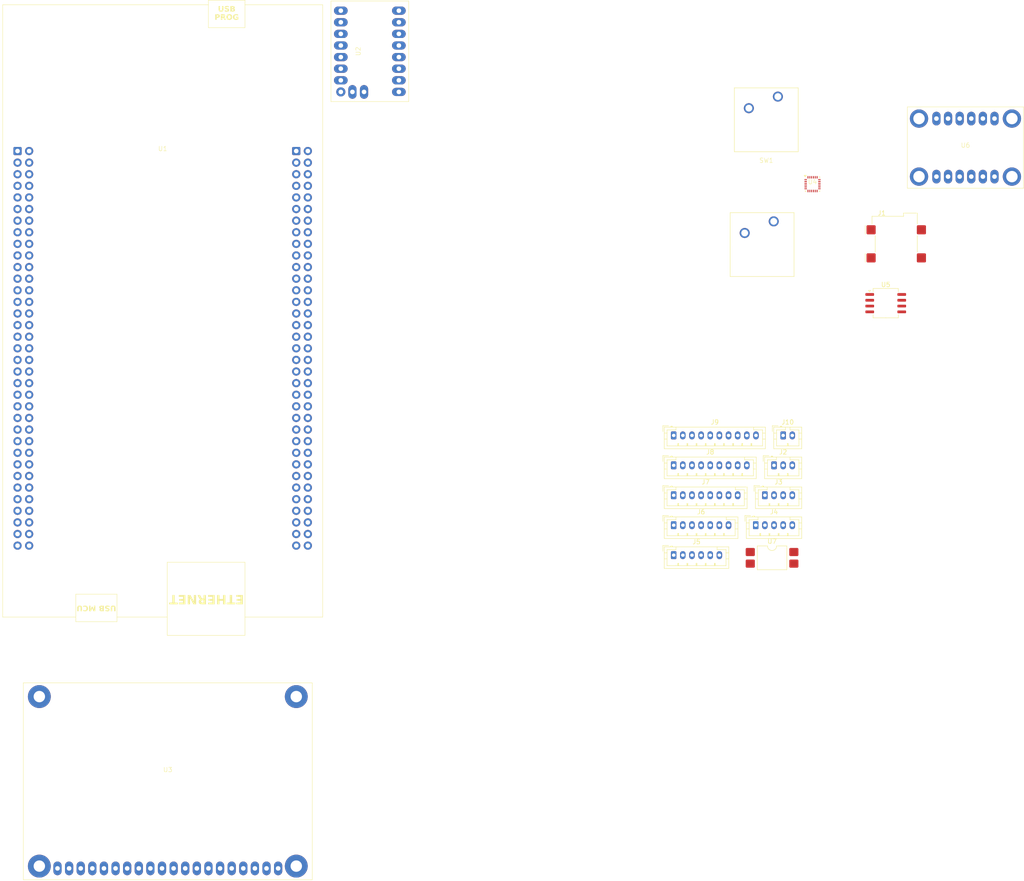
<source format=kicad_pcb>
(kicad_pcb (version 20241229) (generator "pcbnew") (generator_version "9.0")
  (layers (0 "F.Cu" signal) (2 "B.Cu" signal) (13 "F.Paste" user) (15 "B.Paste" user) (5 "F.SilkS" user "F.Silkscreen") (7 "B.SilkS" user "B.Silkscreen") (1 "F.Mask" user) (3 "B.Mask" user) (25 "Edge.Cuts" user))
  (net 0 "")
  (net 192 "Net-(U4-GND-Pad18)")
  (footprint "Connector_JST:JST_PH_B10B-PH-K_1x10_P2.00mm_Vertical" (layer "F.Cu") (at 28.515 128.44)
    (property "Reference" "J9" (at 9 -2.9 0) (layer "F.SilkS"))
    (property "Value" "Conn_01x10_Pin")
    (pad "1" thru_hole roundrect (at 0 0) (size 1.2 1.75) (drill 0.75) (layers "*.Cu" "*.Mask") (roundrect_rratio 0.208333))
    (pad "2" thru_hole oval (at 2 0) (size 1.2 1.75) (drill 0.75) (layers "*.Cu" "*.Mask"))
    (pad "3" thru_hole oval (at 4 0) (size 1.2 1.75) (drill 0.75) (layers "*.Cu" "*.Mask"))
    (pad "4" thru_hole oval (at 6 0) (size 1.2 1.75) (drill 0.75) (layers "*.Cu" "*.Mask"))
    (pad "5" thru_hole oval (at 8 0) (size 1.2 1.75) (drill 0.75) (layers "*.Cu" "*.Mask"))
    (pad "6" thru_hole oval (at 10 0) (size 1.2 1.75) (drill 0.75) (layers "*.Cu" "*.Mask"))
    (pad "7" thru_hole oval (at 12 0) (size 1.2 1.75) (drill 0.75) (layers "*.Cu" "*.Mask"))
    (pad "8" thru_hole oval (at 14 0) (size 1.2 1.75) (drill 0.75) (layers "*.Cu" "*.Mask"))
    (pad "9" thru_hole oval (at 16 0) (size 1.2 1.75) (drill 0.75) (layers "*.Cu" "*.Mask"))
    (pad "10" thru_hole oval (at 18 0) (size 1.2 1.75) (drill 0.75) (layers "*.Cu" "*.Mask"))
  )
  (footprint "ComponentLib:NUCLEO-F767ZI" (layer "F.Cu") (at -83.25 66.2)
    (property "Reference" "U1" (at 0 -0.5 0) (layer "F.SilkS") (effects (font (thickness 0.1))))
    (property "Value" "~")
    (fp_text user "USB" (at 14 -31 0) (layer "F.SilkS") (effects (font (size 1.2 1.2) (thickness 0.2) (bold yes))))
    (fp_text user "ETHERNET" (at 9.6 98 180) (layer "F.SilkS") (effects (font (size 2 2) (thickness 0.2) (bold yes))))
    (fp_text user "PROG" (at 14 -29.21 0) (layer "F.SilkS") (effects (font (size 1.2 1.2) (thickness 0.2) (bold yes))))
    (fp_text user "USB MCU" (at -14.5 100 180) (layer "F.SilkS") (effects (font (size 1.2 1.2) (thickness 0.2) (bold yes))))
    (pad "11-1" thru_hole roundrect (at -31.75 0) (size 1.8 1.8) (drill 1) (layers "*.Cu" "*.Mask") (roundrect_rratio 0.15))
    (pad "11-2" thru_hole circle (at -29.21 0) (size 1.8 1.8) (drill 1) (layers "*.Cu" "*.Mask"))
    (pad "11-3" thru_hole circle (at -31.75 2.54 180) (size 1.8 1.8) (drill 1) (layers "*.Cu" "*.Mask"))
    (pad "11-4" thru_hole circle (at -29.21 2.54) (size 1.8 1.8) (drill 1) (layers "*.Cu" "*.Mask"))
    (pad "11-5" thru_hole circle (at -31.75 5.08 180) (size 1.8 1.8) (drill 1) (layers "*.Cu" "*.Mask"))
    (pad "11-6" thru_hole circle (at -29.21 5.08) (size 1.8 1.8) (drill 1) (layers "*.Cu" "*.Mask"))
    (pad "11-7" thru_hole circle (at -31.75 7.62 180) (size 1.8 1.8) (drill 1) (layers "*.Cu" "*.Mask"))
    (pad "11-8" thru_hole circle (at -29.21 7.62) (size 1.8 1.8) (drill 1) (layers "*.Cu" "*.Mask"))
    (pad "11-9" thru_hole circle (at -31.75 10.16 180) (size 1.8 1.8) (drill 1) (layers "*.Cu" "*.Mask"))
    (pad "11-10" thru_hole circle (at -29.21 10.16) (size 1.8 1.8) (drill 1) (layers "*.Cu" "*.Mask"))
    (pad "11-11" thru_hole circle (at -31.75 12.7 180) (size 1.8 1.8) (drill 1) (layers "*.Cu" "*.Mask"))
    (pad "11-12" thru_hole circle (at -29.21 12.7) (size 1.8 1.8) (drill 1) (layers "*.Cu" "*.Mask"))
    (pad "11-13" thru_hole circle (at -31.75 15.24 180) (size 1.8 1.8) (drill 1) (layers "*.Cu" "*.Mask"))
    (pad "11-14" thru_hole circle (at -29.21 15.24) (size 1.8 1.8) (drill 1) (layers "*.Cu" "*.Mask"))
    (pad "11-15" thru_hole circle (at -31.75 17.78 180) (size 1.8 1.8) (drill 1) (layers "*.Cu" "*.Mask"))
    (pad "11-16" thru_hole circle (at -29.21 17.78) (size 1.8 1.8) (drill 1) (layers "*.Cu" "*.Mask"))
    (pad "11-17" thru_hole circle (at -31.75 20.32 180) (size 1.8 1.8) (drill 1) (layers "*.Cu" "*.Mask"))
    (pad "11-18" thru_hole circle (at -29.21 20.32) (size 1.8 1.8) (drill 1) (layers "*.Cu" "*.Mask"))
    (pad "11-19" thru_hole circle (at -31.75 22.86 180) (size 1.8 1.8) (drill 1) (layers "*.Cu" "*.Mask"))
    (pad "11-20" thru_hole circle (at -29.21 22.86) (size 1.8 1.8) (drill 1) (layers "*.Cu" "*.Mask"))
    (pad "11-21" thru_hole circle (at -31.75 25.4 180) (size 1.8 1.8) (drill 1) (layers "*.Cu" "*.Mask"))
    (pad "11-22" thru_hole circle (at -29.21 25.4) (size 1.8 1.8) (drill 1) (layers "*.Cu" "*.Mask"))
    (pad "11-23" thru_hole circle (at -31.75 27.94 180) (size 1.8 1.8) (drill 1) (layers "*.Cu" "*.Mask"))
    (pad "11-24" thru_hole circle (at -29.21 27.94) (size 1.8 1.8) (drill 1) (layers "*.Cu" "*.Mask"))
    (pad "11-25" thru_hole circle (at -31.75 30.48 180) (size 1.8 1.8) (drill 1) (layers "*.Cu" "*.Mask"))
    (pad "11-26" thru_hole circle (at -29.21 30.48) (size 1.8 1.8) (drill 1) (layers "*.Cu" "*.Mask"))
    (pad "11-27" thru_hole circle (at -31.75 33.02 180) (size 1.8 1.8) (drill 1) (layers "*.Cu" "*.Mask"))
    (pad "11-28" thru_hole circle (at -29.21 33.02) (size 1.8 1.8) (drill 1) (layers "*.Cu" "*.Mask"))
    (pad "11-29" thru_hole circle (at -31.75 35.56 180) (size 1.8 1.8) (drill 1) (layers "*.Cu" "*.Mask"))
    (pad "11-30" thru_hole circle (at -29.21 35.56) (size 1.8 1.8) (drill 1) (layers "*.Cu" "*.Mask"))
    (pad "11-31" thru_hole circle (at -31.75 38.1 180) (size 1.8 1.8) (drill 1) (layers "*.Cu" "*.Mask"))
    (pad "11-32" thru_hole circle (at -29.21 38.1) (size 1.8 1.8) (drill 1) (layers "*.Cu" "*.Mask"))
    (pad "11-33" thru_hole circle (at -31.75 40.64 180) (size 1.8 1.8) (drill 1) (layers "*.Cu" "*.Mask"))
    (pad "11-34" thru_hole circle (at -29.21 40.64) (size 1.8 1.8) (drill 1) (layers "*.Cu" "*.Mask"))
    (pad "11-35" thru_hole circle (at -31.75 43.18 180) (size 1.8 1.8) (drill 1) (layers "*.Cu" "*.Mask"))
    (pad "11-36" thru_hole circle (at -29.21 43.18) (size 1.8 1.8) (drill 1) (layers "*.Cu" "*.Mask"))
    (pad "11-37" thru_hole circle (at -31.75 45.72 180) (size 1.8 1.8) (drill 1) (layers "*.Cu" "*.Mask"))
    (pad "11-38" thru_hole circle (at -29.21 45.72) (size 1.8 1.8) (drill 1) (layers "*.Cu" "*.Mask"))
    (pad "11-39" thru_hole circle (at -31.75 48.26 180) (size 1.8 1.8) (drill 1) (layers "*.Cu" "*.Mask"))
    (pad "11-40" thru_hole circle (at -29.21 48.26) (size 1.8 1.8) (drill 1) (layers "*.Cu" "*.Mask"))
    (pad "11-41" thru_hole circle (at -31.75 50.8 180) (size 1.8 1.8) (drill 1) (layers "*.Cu" "*.Mask"))
    (pad "11-42" thru_hole circle (at -29.21 50.8) (size 1.8 1.8) (drill 1) (layers "*.Cu" "*.Mask"))
    (pad "11-43" thru_hole circle (at -31.75 53.34 180) (size 1.8 1.8) (drill 1) (layers "*.Cu" "*.Mask"))
    (pad "11-44" thru_hole circle (at -29.21 53.34) (size 1.8 1.8) (drill 1) (layers "*.Cu" "*.Mask"))
    (pad "11-45" thru_hole circle (at -31.75 55.88 180) (size 1.8 1.8) (drill 1) (layers "*.Cu" "*.Mask"))
    (pad "11-46" thru_hole circle (at -29.21 55.88) (size 1.8 1.8) (drill 1) (layers "*.Cu" "*.Mask"))
    (pad "11-47" thru_hole circle (at -31.75 58.42 180) (size 1.8 1.8) (drill 1) (layers "*.Cu" "*.Mask"))
    (pad "11-48" thru_hole circle (at -29.21 58.42) (size 1.8 1.8) (drill 1) (layers "*.Cu" "*.Mask"))
    (pad "11-49" thru_hole circle (at -31.75 60.96 180) (size 1.8 1.8) (drill 1) (layers "*.Cu" "*.Mask"))
    (pad "11-50" thru_hole circle (at -29.21 60.96) (size 1.8 1.8) (drill 1) (layers "*.Cu" "*.Mask"))
    (pad "11-51" thru_hole circle (at -31.75 63.5 180) (size 1.8 1.8) (drill 1) (layers "*.Cu" "*.Mask"))
    (pad "11-52" thru_hole circle (at -29.21 63.5) (size 1.8 1.8) (drill 1) (layers "*.Cu" "*.Mask"))
    (pad "11-53" thru_hole circle (at -31.75 66.04 180) (size 1.8 1.8) (drill 1) (layers "*.Cu" "*.Mask"))
    (pad "11-54" thru_hole circle (at -29.21 66.04) (size 1.8 1.8) (drill 1) (layers "*.Cu" "*.Mask"))
    (pad "11-55" thru_hole circle (at -31.75 68.58 180) (size 1.8 1.8) (drill 1) (layers "*.Cu" "*.Mask"))
    (pad "11-56" thru_hole circle (at -29.21 68.58) (size 1.8 1.8) (drill 1) (layers "*.Cu" "*.Mask"))
    (pad "11-57" thru_hole circle (at -31.75 71.12 180) (size 1.8 1.8) (drill 1) (layers "*.Cu" "*.Mask"))
    (pad "11-58" thru_hole circle (at -29.21 71.12) (size 1.8 1.8) (drill 1) (layers "*.Cu" "*.Mask"))
    (pad "11-59" thru_hole circle (at -31.75 73.66 180) (size 1.8 1.8) (drill 1) (layers "*.Cu" "*.Mask"))
    (pad "11-60" thru_hole circle (at -29.21 73.66) (size 1.8 1.8) (drill 1) (layers "*.Cu" "*.Mask"))
    (pad "11-61" thru_hole circle (at -31.75 76.2 180) (size 1.8 1.8) (drill 1) (layers "*.Cu" "*.Mask"))
    (pad "11-62" thru_hole circle (at -29.21 76.2) (size 1.8 1.8) (drill 1) (layers "*.Cu" "*.Mask"))
    (pad "11-63" thru_hole circle (at -31.75 78.74 180) (size 1.8 1.8) (drill 1) (layers "*.Cu" "*.Mask"))
    (pad "11-64" thru_hole circle (at -29.21 78.74) (size 1.8 1.8) (drill 1) (layers "*.Cu" "*.Mask"))
    (pad "11-65" thru_hole circle (at -31.75 81.28 180) (size 1.8 1.8) (drill 1) (layers "*.Cu" "*.Mask"))
    (pad "11-66" thru_hole circle (at -29.21 81.28) (size 1.8 1.8) (drill 1) (layers "*.Cu" "*.Mask"))
    (pad "11-67" thru_hole circle (at -31.75 83.82 180) (size 1.8 1.8) (drill 1) (layers "*.Cu" "*.Mask"))
    (pad "11-68" thru_hole circle (at -29.21 83.82) (size 1.8 1.8) (drill 1) (layers "*.Cu" "*.Mask"))
    (pad "11-69" thru_hole circle (at -31.75 86.36 180) (size 1.8 1.8) (drill 1) (layers "*.Cu" "*.Mask"))
    (pad "11-70" thru_hole circle (at -29.21 86.36) (size 1.8 1.8) (drill 1) (layers "*.Cu" "*.Mask"))
    (pad "12-1" thru_hole roundrect (at 29.21 0) (size 1.8 1.8) (drill 1) (layers "*.Cu" "*.Mask") (roundrect_rratio 0.15))
    (pad "12-2" thru_hole circle (at 31.75 0) (size 1.8 1.8) (drill 1) (layers "*.Cu" "*.Mask"))
    (pad "12-3" thru_hole circle (at 29.21 2.54 180) (size 1.8 1.8) (drill 1) (layers "*.Cu" "*.Mask"))
    (pad "12-4" thru_hole circle (at 31.75 2.54) (size 1.8 1.8) (drill 1) (layers "*.Cu" "*.Mask"))
    (pad "12-5" thru_hole circle (at 29.21 5.08 180) (size 1.8 1.8) (drill 1) (layers "*.Cu" "*.Mask"))
    (pad "12-6" thru_hole circle (at 31.75 5.08) (size 1.8 1.8) (drill 1) (layers "*.Cu" "*.Mask"))
    (pad "12-7" thru_hole circle (at 29.21 7.62 180) (size 1.8 1.8) (drill 1) (layers "*.Cu" "*.Mask"))
    (pad "12-8" thru_hole circle (at 31.75 7.62) (size 1.8 1.8) (drill 1) (layers "*.Cu" "*.Mask"))
    (pad "12-9" thru_hole circle (at 29.21 10.16 180) (size 1.8 1.8) (drill 1) (layers "*.Cu" "*.Mask"))
    (pad "12-10" thru_hole circle (at 31.75 10.16) (size 1.8 1.8) (drill 1) (layers "*.Cu" "*.Mask"))
    (pad "12-11" thru_hole circle (at 29.21 12.7 180) (size 1.8 1.8) (drill 1) (layers "*.Cu" "*.Mask"))
    (pad "12-12" thru_hole circle (at 31.75 12.7) (size 1.8 1.8) (drill 1) (layers "*.Cu" "*.Mask"))
    (pad "12-13" thru_hole circle (at 29.21 15.24 180) (size 1.8 1.8) (drill 1) (layers "*.Cu" "*.Mask"))
    (pad "12-14" thru_hole circle (at 31.75 15.24) (size 1.8 1.8) (drill 1) (layers "*.Cu" "*.Mask"))
    (pad "12-15" thru_hole circle (at 29.21 17.78 180) (size 1.8 1.8) (drill 1) (layers "*.Cu" "*.Mask"))
    (pad "12-16" thru_hole circle (at 31.75 17.78) (size 1.8 1.8) (drill 1) (layers "*.Cu" "*.Mask"))
    (pad "12-17" thru_hole circle (at 29.21 20.32 180) (size 1.8 1.8) (drill 1) (layers "*.Cu" "*.Mask"))
    (pad "12-18" thru_hole circle (at 31.75 20.32) (size 1.8 1.8) (drill 1) (layers "*.Cu" "*.Mask"))
    (pad "12-19" thru_hole circle (at 29.21 22.86 180) (size 1.8 1.8) (drill 1) (layers "*.Cu" "*.Mask"))
    (pad "12-20" thru_hole circle (at 31.75 22.86) (size 1.8 1.8) (drill 1) (layers "*.Cu" "*.Mask"))
    (pad "12-21" thru_hole circle (at 29.21 25.4 180) (size 1.8 1.8) (drill 1) (layers "*.Cu" "*.Mask"))
    (pad "12-22" thru_hole circle (at 31.75 25.4) (size 1.8 1.8) (drill 1) (layers "*.Cu" "*.Mask"))
    (pad "12-23" thru_hole circle (at 29.21 27.94 180) (size 1.8 1.8) (drill 1) (layers "*.Cu" "*.Mask"))
    (pad "12-24" thru_hole circle (at 31.75 27.94) (size 1.8 1.8) (drill 1) (layers "*.Cu" "*.Mask"))
    (pad "12-25" thru_hole circle (at 29.21 30.48 180) (size 1.8 1.8) (drill 1) (layers "*.Cu" "*.Mask"))
    (pad "12-26" thru_hole circle (at 31.75 30.48) (size 1.8 1.8) (drill 1) (layers "*.Cu" "*.Mask"))
    (pad "12-27" thru_hole circle (at 29.21 33.02 180) (size 1.8 1.8) (drill 1) (layers "*.Cu" "*.Mask"))
    (pad "12-28" thru_hole circle (at 31.75 33.02) (size 1.8 1.8) (drill 1) (layers "*.Cu" "*.Mask"))
    (pad "12-29" thru_hole circle (at 29.21 35.56 180) (size 1.8 1.8) (drill 1) (layers "*.Cu" "*.Mask"))
    (pad "12-30" thru_hole circle (at 31.75 35.56) (size 1.8 1.8) (drill 1) (layers "*.Cu" "*.Mask"))
    (pad "12-31" thru_hole circle (at 29.21 38.1 180) (size 1.8 1.8) (drill 1) (layers "*.Cu" "*.Mask"))
    (pad "12-32" thru_hole circle (at 31.75 38.1) (size 1.8 1.8) (drill 1) (layers "*.Cu" "*.Mask"))
    (pad "12-33" thru_hole circle (at 29.21 40.64 180) (size 1.8 1.8) (drill 1) (layers "*.Cu" "*.Mask"))
    (pad "12-34" thru_hole circle (at 31.75 40.64) (size 1.8 1.8) (drill 1) (layers "*.Cu" "*.Mask"))
    (pad "12-35" thru_hole circle (at 29.21 43.18 180) (size 1.8 1.8) (drill 1) (layers "*.Cu" "*.Mask"))
    (pad "12-36" thru_hole circle (at 31.75 43.18) (size 1.8 1.8) (drill 1) (layers "*.Cu" "*.Mask"))
    (pad "12-37" thru_hole circle (at 29.21 45.72 180) (size 1.8 1.8) (drill 1) (layers "*.Cu" "*.Mask"))
    (pad "12-38" thru_hole circle (at 31.75 45.72) (size 1.8 1.8) (drill 1) (layers "*.Cu" "*.Mask"))
    (pad "12-39" thru_hole circle (at 29.21 48.26 180) (size 1.8 1.8) (drill 1) (layers "*.Cu" "*.Mask"))
    (pad "12-40" thru_hole circle (at 31.75 48.26) (size 1.8 1.8) (drill 1) (layers "*.Cu" "*.Mask"))
    (pad "12-41" thru_hole circle (at 29.21 50.8 180) (size 1.8 1.8) (drill 1) (layers "*.Cu" "*.Mask"))
    (pad "12-42" thru_hole circle (at 31.75 50.8) (size 1.8 1.8) (drill 1) (layers "*.Cu" "*.Mask"))
    (pad "12-43" thru_hole circle (at 29.21 53.34 180) (size 1.8 1.8) (drill 1) (layers "*.Cu" "*.Mask"))
    (pad "12-44" thru_hole circle (at 31.75 53.34) (size 1.8 1.8) (drill 1) (layers "*.Cu" "*.Mask"))
    (pad "12-45" thru_hole circle (at 29.21 55.88 180) (size 1.8 1.8) (drill 1) (layers "*.Cu" "*.Mask"))
    (pad "12-46" thru_hole circle (at 31.75 55.88) (size 1.8 1.8) (drill 1) (layers "*.Cu" "*.Mask"))
    (pad "12-47" thru_hole circle (at 29.21 58.42 180) (size 1.8 1.8) (drill 1) (layers "*.Cu" "*.Mask"))
    (pad "12-48" thru_hole circle (at 31.75 58.42) (size 1.8 1.8) (drill 1) (layers "*.Cu" "*.Mask"))
    (pad "12-49" thru_hole circle (at 29.21 60.96 180) (size 1.8 1.8) (drill 1) (layers "*.Cu" "*.Mask"))
    (pad "12-50" thru_hole circle (at 31.75 60.96) (size 1.8 1.8) (drill 1) (layers "*.Cu" "*.Mask"))
    (pad "12-51" thru_hole circle (at 29.21 63.5 180) (size 1.8 1.8) (drill 1) (layers "*.Cu" "*.Mask"))
    (pad "12-52" thru_hole circle (at 31.75 63.5) (size 1.8 1.8) (drill 1) (layers "*.Cu" "*.Mask"))
    (pad "12-53" thru_hole circle (at 29.21 66.04 180) (size 1.8 1.8) (drill 1) (layers "*.Cu" "*.Mask"))
    (pad "12-54" thru_hole circle (at 31.75 66.04) (size 1.8 1.8) (drill 1) (layers "*.Cu" "*.Mask"))
    (pad "12-55" thru_hole circle (at 29.21 68.58 180) (size 1.8 1.8) (drill 1) (layers "*.Cu" "*.Mask"))
    (pad "12-56" thru_hole circle (at 31.75 68.58) (size 1.8 1.8) (drill 1) (layers "*.Cu" "*.Mask"))
    (pad "12-57" thru_hole circle (at 29.21 71.12 180) (size 1.8 1.8) (drill 1) (layers "*.Cu" "*.Mask"))
    (pad "12-58" thru_hole circle (at 31.75 71.12) (size 1.8 1.8) (drill 1) (layers "*.Cu" "*.Mask"))
    (pad "12-59" thru_hole circle (at 29.21 73.66 180) (size 1.8 1.8) (drill 1) (layers "*.Cu" "*.Mask"))
    (pad "12-60" thru_hole circle (at 31.75 73.66) (size 1.8 1.8) (drill 1) (layers "*.Cu" "*.Mask"))
    (pad "12-61" thru_hole circle (at 29.21 76.2 180) (size 1.8 1.8) (drill 1) (layers "*.Cu" "*.Mask"))
    (pad "12-62" thru_hole circle (at 31.75 76.2) (size 1.8 1.8) (drill 1) (layers "*.Cu" "*.Mask"))
    (pad "12-63" thru_hole circle (at 29.21 78.74 180) (size 1.8 1.8) (drill 1) (layers "*.Cu" "*.Mask"))
    (pad "12-64" thru_hole circle (at 31.75 78.74) (size 1.8 1.8) (drill 1) (layers "*.Cu" "*.Mask"))
    (pad "12-65" thru_hole circle (at 29.21 81.28 180) (size 1.8 1.8) (drill 1) (layers "*.Cu" "*.Mask"))
    (pad "12-66" thru_hole circle (at 31.75 81.28) (size 1.8 1.8) (drill 1) (layers "*.Cu" "*.Mask"))
    (pad "12-67" thru_hole circle (at 29.21 83.82 180) (size 1.8 1.8) (drill 1) (layers "*.Cu" "*.Mask"))
    (pad "12-68" thru_hole circle (at 31.75 83.82) (size 1.8 1.8) (drill 1) (layers "*.Cu" "*.Mask"))
    (pad "12-69" thru_hole circle (at 29.21 86.36 180) (size 1.8 1.8) (drill 1) (layers "*.Cu" "*.Mask"))
    (pad "12-70" thru_hole circle (at 31.75 86.36) (size 1.8 1.8) (drill 1) (layers "*.Cu" "*.Mask"))
  )
  (footprint "ComponentLib:SW_Cherry_MX_1.00u_PCB" (layer "F.Cu") (at 48.77 59.37)
    (property "Reference" "SW1" (at 0 8.89 0) (layer "F.SilkS") (effects (font (thickness 0.1))))
    (property "Value" "Cherry Switch Single")
    (pad "" np_thru_hole circle (at -5.08 0) (size 1.7 1.7) (drill 1.7) (layers "*.Cu" "*.Mask"))
    (pad "" np_thru_hole circle (at 0 0) (size 4 4) (drill 4) (layers "*.Cu" "*.Mask"))
    (pad "" np_thru_hole circle (at 5.08 0) (size 1.7 1.7) (drill 1.7) (layers "*.Cu" "*.Mask"))
    (pad "1" thru_hole circle (at 2.54 -5.08) (size 2.2 2.2) (drill 1.5) (layers "*.Cu" "*.Mask"))
    (pad "2" thru_hole circle (at -3.81 -2.54) (size 2.2 2.2) (drill 1.5) (layers "*.Cu" "*.Mask"))
  )
  (footprint "Connector_JST:JST_PH_B4B-PH-K_1x04_P2.00mm_Vertical" (layer "F.Cu") (at 48.465 141.54)
    (property "Reference" "J3" (at 3 -2.9 0) (layer "F.SilkS"))
    (property "Value" "Conn_01x04_Pin")
    (pad "1" thru_hole roundrect (at 0 0) (size 1.2 1.75) (drill 0.75) (layers "*.Cu" "*.Mask") (roundrect_rratio 0.208333))
    (pad "2" thru_hole oval (at 2 0) (size 1.2 1.75) (drill 0.75) (layers "*.Cu" "*.Mask"))
    (pad "3" thru_hole oval (at 4 0) (size 1.2 1.75) (drill 0.75) (layers "*.Cu" "*.Mask"))
    (pad "4" thru_hole oval (at 6 0) (size 1.2 1.75) (drill 0.75) (layers "*.Cu" "*.Mask"))
  )
  (footprint "Connector_JST:JST_PH_B3B-PH-K_1x03_P2.00mm_Vertical" (layer "F.Cu") (at 50.465 134.99)
    (property "Reference" "J2" (at 2 -2.9 0) (layer "F.SilkS"))
    (property "Value" "Conn_01x03_Pin")
    (pad "1" thru_hole roundrect (at 0 0) (size 1.2 1.75) (drill 0.75) (layers "*.Cu" "*.Mask") (roundrect_rratio 0.208333))
    (pad "2" thru_hole oval (at 2 0) (size 1.2 1.75) (drill 0.75) (layers "*.Cu" "*.Mask"))
    (pad "3" thru_hole oval (at 4 0) (size 1.2 1.75) (drill 0.75) (layers "*.Cu" "*.Mask"))
  )
  (footprint "ComponentLib:Adafruit-ICM-20948" (layer "F.Cu") (at 92.34 65.45)
    (property "Reference" "U6" (at 0 -0.5 0) (layer "F.SilkS") (effects (font (thickness 0.1))))
    (property "Value" "Adafruit_ICM20948")
    (pad "1" thru_hole oval (at -6.35 6.35 180) (size 1.8 3) (drill 1) (layers "*.Cu" "*.Mask"))
    (pad "2" thru_hole oval (at -3.81 6.35 180) (size 1.8 3) (drill 1) (layers "*.Cu" "*.Mask"))
    (pad "3" thru_hole oval (at -1.27 6.35 180) (size 1.8 3) (drill 1) (layers "*.Cu" "*.Mask"))
    (pad "4" thru_hole oval (at 1.27 6.35 180) (size 1.8 3) (drill 1) (layers "*.Cu" "*.Mask"))
    (pad "5" thru_hole oval (at 3.81 6.35 180) (size 1.8 3) (drill 1) (layers "*.Cu" "*.Mask"))
    (pad "6" thru_hole oval (at 6.35 6.35 180) (size 1.8 3) (drill 1) (layers "*.Cu" "*.Mask"))
    (pad "7" thru_hole oval (at -6.35 -6.35) (size 1.8 3) (drill 1) (layers "*.Cu" "*.Mask"))
    (pad "8" thru_hole oval (at -3.81 -6.35) (size 1.8 3) (drill 1) (layers "*.Cu" "*.Mask"))
    (pad "9" thru_hole oval (at -1.27 -6.35) (size 1.8 3) (drill 1) (layers "*.Cu" "*.Mask"))
    (pad "10" thru_hole oval (at 1.27 -6.35) (size 1.8 3) (drill 1) (layers "*.Cu" "*.Mask"))
    (pad "11" thru_hole oval (at 3.81 -6.35) (size 1.8 3) (drill 1) (layers "*.Cu" "*.Mask"))
    (pad "12" thru_hole oval (at 6.35 -6.35) (size 1.8 3) (drill 1) (layers "*.Cu" "*.Mask"))
    (pad "CH1" thru_hole circle (at -10.16 -6.35) (size 4 4) (drill 2.5) (layers "*.Cu" "*.Mask"))
    (pad "CH2" thru_hole circle (at -10.16 6.35 180) (size 4 4) (drill 2.5) (layers "*.Cu" "*.Mask"))
    (pad "CH3" thru_hole circle (at 10.16 6.35 180) (size 4 4) (drill 2.5) (layers "*.Cu" "*.Mask"))
    (pad "CH4" thru_hole circle (at 10.16 -6.35) (size 4 4) (drill 2.5) (layers "*.Cu" "*.Mask"))
  )
  (footprint "Connector_BarrelJack:BarrelJack_Wuerth_694106106102_2.0x5.5mm" (layer "F.Cu") (at 77.2 86.515)
    (property "Reference" "J1" (at -3.17 -6.725 0) (layer "F.SilkS"))
    (property "Value" "Barrel_Jack_Switch")
    (pad "" np_thru_hole circle (at 0 -1.425) (size 1.8 1.8) (drill 1.8) (layers "*.Cu" "*.Mask"))
    (pad "" np_thru_hole circle (at 0 3.075) (size 1.6 1.6) (drill 1.6) (layers "*.Cu" "*.Mask"))
    (pad "1" smd roundrect (at -5.5 -3.075) (size 2 2) (layers "F.Cu" "F.Mask" "F.Paste") (roundrect_rratio 0.125))
    (pad "1" smd roundrect (at -5.5 3.075) (size 2 2) (layers "F.Cu" "F.Mask" "F.Paste") (roundrect_rratio 0.125))
    (pad "2" smd roundrect (at 5.5 3.075) (size 2 2) (layers "F.Cu" "F.Mask" "F.Paste") (roundrect_rratio 0.125))
    (pad "3" smd roundrect (at 5.5 -3.075) (size 2 2) (layers "F.Cu" "F.Mask" "F.Paste") (roundrect_rratio 0.125))
  )
  (footprint "Connector_JST:JST_PH_B7B-PH-K_1x07_P2.00mm_Vertical" (layer "F.Cu") (at 28.515 148.09)
    (property "Reference" "J6" (at 6 -2.9 0) (layer "F.SilkS"))
    (property "Value" "Conn_01x07_Pin")
    (pad "1" thru_hole roundrect (at 0 0) (size 1.2 1.75) (drill 0.75) (layers "*.Cu" "*.Mask") (roundrect_rratio 0.208333))
    (pad "2" thru_hole oval (at 2 0) (size 1.2 1.75) (drill 0.75) (layers "*.Cu" "*.Mask"))
    (pad "3" thru_hole oval (at 4 0) (size 1.2 1.75) (drill 0.75) (layers "*.Cu" "*.Mask"))
    (pad "4" thru_hole oval (at 6 0) (size 1.2 1.75) (drill 0.75) (layers "*.Cu" "*.Mask"))
    (pad "5" thru_hole oval (at 8 0) (size 1.2 1.75) (drill 0.75) (layers "*.Cu" "*.Mask"))
    (pad "6" thru_hole oval (at 10 0) (size 1.2 1.75) (drill 0.75) (layers "*.Cu" "*.Mask"))
    (pad "7" thru_hole oval (at 12 0) (size 1.2 1.75) (drill 0.75) (layers "*.Cu" "*.Mask"))
  )
  (footprint "Connector_JST:JST_PH_B9B-PH-K_1x09_P2.00mm_Vertical" (layer "F.Cu") (at 28.515 134.99)
    (property "Reference" "J8" (at 8 -2.9 0) (layer "F.SilkS"))
    (property "Value" "Conn_01x09_Pin")
    (pad "1" thru_hole roundrect (at 0 0) (size 1.2 1.75) (drill 0.75) (layers "*.Cu" "*.Mask") (roundrect_rratio 0.208333))
    (pad "2" thru_hole oval (at 2 0) (size 1.2 1.75) (drill 0.75) (layers "*.Cu" "*.Mask"))
    (pad "3" thru_hole oval (at 4 0) (size 1.2 1.75) (drill 0.75) (layers "*.Cu" "*.Mask"))
    (pad "4" thru_hole oval (at 6 0) (size 1.2 1.75) (drill 0.75) (layers "*.Cu" "*.Mask"))
    (pad "5" thru_hole oval (at 8 0) (size 1.2 1.75) (drill 0.75) (layers "*.Cu" "*.Mask"))
    (pad "6" thru_hole oval (at 10 0) (size 1.2 1.75) (drill 0.75) (layers "*.Cu" "*.Mask"))
    (pad "7" thru_hole oval (at 12 0) (size 1.2 1.75) (drill 0.75) (layers "*.Cu" "*.Mask"))
    (pad "8" thru_hole oval (at 14 0) (size 1.2 1.75) (drill 0.75) (layers "*.Cu" "*.Mask"))
    (pad "9" thru_hole oval (at 16 0) (size 1.2 1.75) (drill 0.75) (layers "*.Cu" "*.Mask"))
  )
  (footprint "Connector_JST:JST_PH_B5B-PH-K_1x05_P2.00mm_Vertical" (layer "F.Cu") (at 46.465 148.09)
    (property "Reference" "J4" (at 4 -2.9 0) (layer "F.SilkS"))
    (property "Value" "Conn_01x05_Pin")
    (pad "1" thru_hole roundrect (at 0 0) (size 1.2 1.75) (drill 0.75) (layers "*.Cu" "*.Mask") (roundrect_rratio 0.208333))
    (pad "2" thru_hole oval (at 2 0) (size 1.2 1.75) (drill 0.75) (layers "*.Cu" "*.Mask"))
    (pad "3" thru_hole oval (at 4 0) (size 1.2 1.75) (drill 0.75) (layers "*.Cu" "*.Mask"))
    (pad "4" thru_hole oval (at 6 0) (size 1.2 1.75) (drill 0.75) (layers "*.Cu" "*.Mask"))
    (pad "5" thru_hole oval (at 8 0) (size 1.2 1.75) (drill 0.75) (layers "*.Cu" "*.Mask"))
  )
  (footprint "ComponentLib:NHD-2.23-12832UCB3" (layer "F.Cu") (at -82.13 204.15)
    (property "Reference" "U3" (at 0 -2.54 0) (layer "F.SilkS") (effects (font (thickness 0.1))))
    (property "Value" "Display")
    (pad "1" thru_hole oval (at -24.13 19.05) (size 1.8 3) (drill 1) (layers "*.Cu" "*.Mask"))
    (pad "2" thru_hole oval (at -21.59 19.05) (size 1.8 3) (drill 1) (layers "*.Cu" "*.Mask"))
    (pad "3" thru_hole oval (at -19.05 19.05) (size 1.8 3) (drill 1) (layers "*.Cu" "*.Mask"))
    (pad "4" thru_hole oval (at -16.51 19.05) (size 1.8 3) (drill 1) (layers "*.Cu" "*.Mask"))
    (pad "5" thru_hole oval (at -13.97 19.05) (size 1.8 3) (drill 1) (layers "*.Cu" "*.Mask"))
    (pad "6" thru_hole oval (at -11.43 19.05) (size 1.8 3) (drill 1) (layers "*.Cu" "*.Mask"))
    (pad "7" thru_hole oval (at -8.89 19.05) (size 1.8 3) (drill 1) (layers "*.Cu" "*.Mask"))
    (pad "8" thru_hole oval (at -6.35 19.05) (size 1.8 3) (drill 1) (layers "*.Cu" "*.Mask"))
    (pad "9" thru_hole oval (at -3.81 19.05) (size 1.8 3) (drill 1) (layers "*.Cu" "*.Mask"))
    (pad "10" thru_hole oval (at -1.27 19.05) (size 1.8 3) (drill 1) (layers "*.Cu" "*.Mask"))
    (pad "11" thru_hole oval (at 1.27 19.05) (size 1.8 3) (drill 1) (layers "*.Cu" "*.Mask"))
    (pad "12" thru_hole oval (at 3.81 19.05) (size 1.8 3) (drill 1) (layers "*.Cu" "*.Mask"))
    (pad "13" thru_hole oval (at 6.35 19.05) (size 1.8 3) (drill 1) (layers "*.Cu" "*.Mask"))
    (pad "14" thru_hole oval (at 8.89 19.05) (size 1.8 3) (drill 1) (layers "*.Cu" "*.Mask"))
    (pad "15" thru_hole oval (at 11.43 19.05) (size 1.8 3) (drill 1) (layers "*.Cu" "*.Mask"))
    (pad "16" thru_hole oval (at 13.97 19.05) (size 1.8 3) (drill 1) (layers "*.Cu" "*.Mask"))
    (pad "17" thru_hole oval (at 16.51 19.05) (size 1.8 3) (drill 1) (layers "*.Cu" "*.Mask"))
    (pad "18" thru_hole oval (at 19.05 19.05) (size 1.8 3) (drill 1) (layers "*.Cu" "*.Mask"))
    (pad "19" thru_hole oval (at 21.59 19.05) (size 1.8 3) (drill 1) (layers "*.Cu" "*.Mask"))
    (pad "20" thru_hole oval (at 24.13 19.05) (size 1.8 3) (drill 1) (layers "*.Cu" "*.Mask"))
    (pad "CH1" thru_hole oval (at -28.1 -18.55) (size 5 5) (drill 2.5) (layers "*.Cu" "*.Mask"))
    (pad "CH2" thru_hole oval (at 28.1 -18.55) (size 5 5) (drill 2.5) (layers "*.Cu" "*.Mask"))
    (pad "CH3" thru_hole oval (at -28.1 18.55) (size 5 5) (drill 2.5) (layers "*.Cu" "*.Mask"))
    (pad "CH4" thru_hole oval (at 28.1 18.55) (size 5 5) (drill 2.5) (layers "*.Cu" "*.Mask"))
  )
  (footprint "Connector_JST:JST_PH_B6B-PH-K_1x06_P2.00mm_Vertical" (layer "F.Cu") (at 28.515 154.64)
    (property "Reference" "J5" (at 5 -2.9 0) (layer "F.SilkS"))
    (property "Value" "Conn_01x06_Pin")
    (pad "1" thru_hole roundrect (at 0 0) (size 1.2 1.75) (drill 0.75) (layers "*.Cu" "*.Mask") (roundrect_rratio 0.208333))
    (pad "2" thru_hole oval (at 2 0) (size 1.2 1.75) (drill 0.75) (layers "*.Cu" "*.Mask"))
    (pad "3" thru_hole oval (at 4 0) (size 1.2 1.75) (drill 0.75) (layers "*.Cu" "*.Mask"))
    (pad "4" thru_hole oval (at 6 0) (size 1.2 1.75) (drill 0.75) (layers "*.Cu" "*.Mask"))
    (pad "5" thru_hole oval (at 8 0) (size 1.2 1.75) (drill 0.75) (layers "*.Cu" "*.Mask"))
    (pad "6" thru_hole oval (at 10 0) (size 1.2 1.75) (drill 0.75) (layers "*.Cu" "*.Mask"))
  )
  (footprint "ComponentLib:ICM-20948" (layer "F.Cu") (at 58.89 73.45)
    (property "Reference" "U4" (at 0 -0.5 0) (layer "F.SilkS") (effects (font (thickness 0.1))))
    (property "Value" "ICM-20948" (hide yes))
    (pad "1" smd roundrect (at -1.5 -1) (size 0.55 0.2) (layers "F.Cu" "F.Mask" "F.Paste"))
    (pad "2" smd roundrect (at -1.5 -0.6) (size 0.55 0.2) (layers "F.Cu" "F.Mask" "F.Paste"))
    (pad "3" smd roundrect (at -1.5 -0.2) (size 0.55 0.2) (layers "F.Cu" "F.Mask" "F.Paste"))
    (pad "4" smd roundrect (at -1.5 0.2) (size 0.55 0.2) (layers "F.Cu" "F.Mask" "F.Paste"))
    (pad "5" smd roundrect (at -1.5 0.6) (size 0.55 0.2) (layers "F.Cu" "F.Mask" "F.Paste"))
    (pad "6" smd roundrect (at -1.5 1) (size 0.55 0.2) (layers "F.Cu" "F.Mask" "F.Paste"))
    (pad "7" smd roundrect (at -1 1.5 90) (size 0.55 0.2) (layers "F.Cu" "F.Mask" "F.Paste"))
    (pad "8" smd roundrect (at -0.6 1.5 90) (size 0.55 0.2) (layers "F.Cu" "F.Mask" "F.Paste"))
    (pad "9" smd roundrect (at -0.2 1.5 90) (size 0.55 0.2) (layers "F.Cu" "F.Mask" "F.Paste"))
    (pad "10" smd roundrect (at 0.2 1.5 90) (size 0.55 0.2) (layers "F.Cu" "F.Mask" "F.Paste"))
    (pad "11" smd roundrect (at 0.6 1.5 90) (size 0.55 0.2) (layers "F.Cu" "F.Mask" "F.Paste"))
    (pad "12" smd roundrect (at 1 1.5 90) (size 0.55 0.2) (layers "F.Cu" "F.Mask" "F.Paste"))
    (pad "13" smd roundrect (at 1.5 1) (size 0.55 0.2) (layers "F.Cu" "F.Mask" "F.Paste"))
    (pad "14" smd roundrect (at 1.5 0.6) (size 0.55 0.2) (layers "F.Cu" "F.Mask" "F.Paste"))
    (pad "15" smd roundrect (at 1.5 0.2) (size 0.55 0.2) (layers "F.Cu" "F.Mask" "F.Paste"))
    (pad "16" smd roundrect (at 1.5 -0.2) (size 0.55 0.2) (layers "F.Cu" "F.Mask" "F.Paste"))
    (pad "17" smd roundrect (at 1.5 -0.6) (size 0.55 0.2) (layers "F.Cu" "F.Mask" "F.Paste"))
    (pad "18" smd roundrect (at 1.5 -1) (size 0.55 0.2) (layers "F.Cu" "F.Mask" "F.Paste") (net 192 "Net-(U4-GND-Pad18)"))
    (pad "19" smd roundrect (at 1 -1.5 90) (size 0.55 0.2) (layers "F.Cu" "F.Mask" "F.Paste"))
    (pad "20" smd roundrect (at 0.6 -1.5 90) (size 0.55 0.2) (layers "F.Cu" "F.Mask" "F.Paste") (net 192 "Net-(U4-GND-Pad18)"))
    (pad "21" smd roundrect (at 0.2 -1.5 90) (size 0.55 0.2) (layers "F.Cu" "F.Mask" "F.Paste"))
    (pad "22" smd roundrect (at -0.2 -1.5 90) (size 0.55 0.2) (layers "F.Cu" "F.Mask" "F.Paste"))
    (pad "23" smd roundrect (at -0.6 -1.5 90) (size 0.55 0.2) (layers "F.Cu" "F.Mask" "F.Paste"))
    (pad "24" smd roundrect (at -1 -1.5 90) (size 0.55 0.2) (layers "F.Cu" "F.Mask" "F.Paste"))
  )
  (footprint "ComponentLib:TMC2209 Silentstepstick" (layer "F.Cu") (at -37.94 44.375)
    (property "Reference" "U2" (at -2.54 0 90) (layer "F.SilkS") (effects (font (thickness 0.1))))
    (property "Value" "TMC2209")
    (pad "1" thru_hole oval (at -6.35 -8.89) (size 3 1.8) (drill 1) (layers "*.Cu" "*.Mask"))
    (pad "2" thru_hole oval (at -6.35 -6.35) (size 3 1.8) (drill 1) (layers "*.Cu" "*.Mask"))
    (pad "3" thru_hole oval (at -6.35 -3.81) (size 3 1.8) (drill 1) (layers "*.Cu" "*.Mask"))
    (pad "4" thru_hole oval (at -6.35 -1.27) (size 3 1.8) (drill 1) (layers "*.Cu" "*.Mask"))
    (pad "5" thru_hole oval (at -6.35 1.27) (size 3 1.8) (drill 1) (layers "*.Cu" "*.Mask"))
    (pad "6" thru_hole oval (at -6.35 3.81) (size 3 1.8) (drill 1) (layers "*.Cu" "*.Mask"))
    (pad "7" thru_hole oval (at -6.35 6.35) (size 3 1.8) (drill 1) (layers "*.Cu" "*.Mask"))
    (pad "8" thru_hole circle (at -6.35 8.89) (size 2 2) (drill 1) (layers "*.Cu" "*.Mask"))
    (pad "9" thru_hole oval (at 6.35 -8.89) (size 3 1.8) (drill 1) (layers "*.Cu" "*.Mask"))
    (pad "10" thru_hole oval (at 6.35 -6.35) (size 3 1.8) (drill 1) (layers "*.Cu" "*.Mask"))
    (pad "11" thru_hole oval (at 6.35 -3.81) (size 3 1.8) (drill 1) (layers "*.Cu" "*.Mask"))
    (pad "12" thru_hole oval (at 6.35 -1.27) (size 3 1.8) (drill 1) (layers "*.Cu" "*.Mask"))
    (pad "13" thru_hole oval (at 6.35 1.27) (size 3 1.8) (drill 1) (layers "*.Cu" "*.Mask"))
    (pad "14" thru_hole oval (at 6.35 3.81) (size 3 1.8) (drill 1) (layers "*.Cu" "*.Mask"))
    (pad "15" thru_hole oval (at 6.35 6.35) (size 3 1.8) (drill 1) (layers "*.Cu" "*.Mask"))
    (pad "16" thru_hole oval (at 6.35 8.89) (size 3 1.8) (drill 1) (layers "*.Cu" "*.Mask"))
    (pad "17" thru_hole oval (at -3.81 8.89 90) (size 3 1.8) (drill 1) (layers "*.Cu" "*.Mask"))
    (pad "18" thru_hole oval (at -1.27 8.89 90) (size 3 1.8) (drill 1) (layers "*.Cu" "*.Mask"))
  )
  (footprint "ComponentLib:SW_Cherry_MX_1.50u_PCB" (layer "F.Cu") (at 47.86 86.68)
    (property "Reference" "SW2" (at 0 -0.5 0) (layer "F.SilkS") (effects (font (thickness 0.1))))
    (property "Value" "Cherry Switch 1.5x - Enter Key")
    (pad "" np_thru_hole circle (at -5.08 0) (size 1.7 1.7) (drill 1.7) (layers "*.Cu" "*.Mask"))
    (pad "" np_thru_hole circle (at 0 0) (size 4 4) (drill 4) (layers "*.Cu" "*.Mask"))
    (pad "" np_thru_hole circle (at 5.08 0) (size 1.7 1.7) (drill 1.7) (layers "*.Cu" "*.Mask"))
    (pad "1" thru_hole circle (at 2.54 -5.08) (size 2.2 2.2) (drill 1.5) (layers "*.Cu" "*.Mask"))
    (pad "2" thru_hole circle (at -3.81 -2.54) (size 2.2 2.2) (drill 1.5) (layers "*.Cu" "*.Mask"))
  )
  (footprint "Connector_JST:JST_PH_B8B-PH-K_1x08_P2.00mm_Vertical" (layer "F.Cu") (at 28.515 141.54)
    (property "Reference" "J7" (at 7 -2.9 0) (layer "F.SilkS"))
    (property "Value" "Conn_01x08_Pin")
    (pad "1" thru_hole roundrect (at 0 0) (size 1.2 1.75) (drill 0.75) (layers "*.Cu" "*.Mask") (roundrect_rratio 0.208333))
    (pad "2" thru_hole oval (at 2 0) (size 1.2 1.75) (drill 0.75) (layers "*.Cu" "*.Mask"))
    (pad "3" thru_hole oval (at 4 0) (size 1.2 1.75) (drill 0.75) (layers "*.Cu" "*.Mask"))
    (pad "4" thru_hole oval (at 6 0) (size 1.2 1.75) (drill 0.75) (layers "*.Cu" "*.Mask"))
    (pad "5" thru_hole oval (at 8 0) (size 1.2 1.75) (drill 0.75) (layers "*.Cu" "*.Mask"))
    (pad "6" thru_hole oval (at 10 0) (size 1.2 1.75) (drill 0.75) (layers "*.Cu" "*.Mask"))
    (pad "7" thru_hole oval (at 12 0) (size 1.2 1.75) (drill 0.75) (layers "*.Cu" "*.Mask"))
    (pad "8" thru_hole oval (at 14 0) (size 1.2 1.75) (drill 0.75) (layers "*.Cu" "*.Mask"))
  )
  (footprint "Package_SO:SOIC-8_5.3x6.2mm_P1.27mm" (layer "F.Cu") (at 74.9 99.495)
    (property "Reference" "U5" (at 0 -4.05 0) (layer "F.SilkS"))
    (property "Value" "24LC512")
    (pad "1" smd roundrect (at -3.5 -1.905) (size 1.9 0.6) (layers "F.Cu" "F.Mask" "F.Paste"))
    (pad "2" smd roundrect (at -3.5 -0.635) (size 1.9 0.6) (layers "F.Cu" "F.Mask" "F.Paste"))
    (pad "3" smd roundrect (at -3.5 0.635) (size 1.9 0.6) (layers "F.Cu" "F.Mask" "F.Paste"))
    (pad "4" smd roundrect (at -3.5 1.905) (size 1.9 0.6) (layers "F.Cu" "F.Mask" "F.Paste"))
    (pad "5" smd roundrect (at 3.5 1.905) (size 1.9 0.6) (layers "F.Cu" "F.Mask" "F.Paste"))
    (pad "6" smd roundrect (at 3.5 0.635) (size 1.9 0.6) (layers "F.Cu" "F.Mask" "F.Paste"))
    (pad "7" smd roundrect (at 3.5 -0.635) (size 1.9 0.6) (layers "F.Cu" "F.Mask" "F.Paste"))
    (pad "8" smd roundrect (at 3.5 -1.905) (size 1.9 0.6) (layers "F.Cu" "F.Mask" "F.Paste"))
  )
  (footprint "Connector_JST:JST_PH_B2B-PH-K_1x02_P2.00mm_Vertical" (layer "F.Cu") (at 52.465 128.44)
    (property "Reference" "J10" (at 1 -2.9 0) (layer "F.SilkS"))
    (property "Value" "Conn_01x02_Pin")
    (pad "1" thru_hole roundrect (at 0 0) (size 1.2 1.75) (drill 0.75) (layers "*.Cu" "*.Mask") (roundrect_rratio 0.208333))
    (pad "2" thru_hole oval (at 2 0) (size 1.2 1.75) (drill 0.75) (layers "*.Cu" "*.Mask"))
  )
  (footprint "Package_DIP:SMDIP-4_W9.53mm" (layer "F.Cu") (at 50.035 155.23)
    (property "Reference" "U7" (at 0 -3.6 0) (layer "F.SilkS"))
    (property "Value" "LTV-817S")
    (pad "1" smd roundrect (at -4.765 -1.27) (size 2 1.78) (layers "F.Cu" "F.Mask" "F.Paste") (roundrect_rratio 0.140449))
    (pad "2" smd roundrect (at -4.765 1.27) (size 2 1.78) (layers "F.Cu" "F.Mask" "F.Paste") (roundrect_rratio 0.140449))
    (pad "3" smd roundrect (at 4.765 1.27) (size 2 1.78) (layers "F.Cu" "F.Mask" "F.Paste") (roundrect_rratio 0.140449))
    (pad "4" smd roundrect (at 4.765 -1.27) (size 2 1.78) (layers "F.Cu" "F.Mask" "F.Paste") (roundrect_rratio 0.140449))
  )
)
</source>
